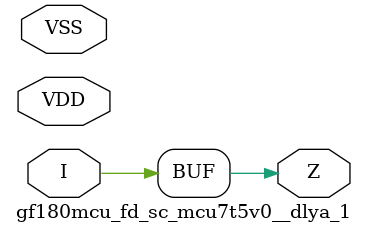
<source format=v>

module gf180mcu_fd_sc_mcu7t5v0__dlya_1( I, Z, VDD, VSS );
input I;
inout VDD, VSS;
output Z;

	buf MGM_BG_0( Z, I );

endmodule

</source>
